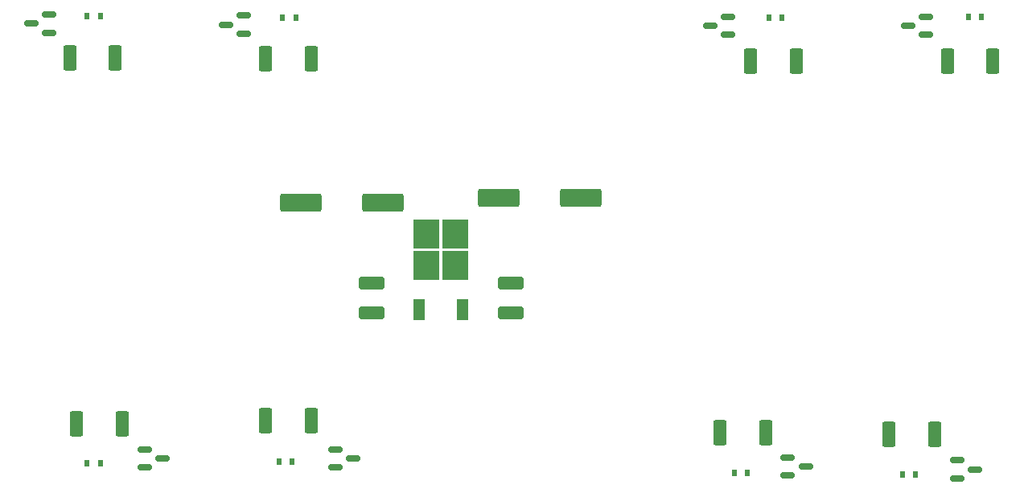
<source format=gbr>
%TF.GenerationSoftware,KiCad,Pcbnew,(6.0.7)*%
%TF.CreationDate,2023-07-14T15:56:38+03:30*%
%TF.ProjectId,Linak-controller,4c696e61-6b2d-4636-9f6e-74726f6c6c65,rev?*%
%TF.SameCoordinates,Original*%
%TF.FileFunction,Paste,Top*%
%TF.FilePolarity,Positive*%
%FSLAX46Y46*%
G04 Gerber Fmt 4.6, Leading zero omitted, Abs format (unit mm)*
G04 Created by KiCad (PCBNEW (6.0.7)) date 2023-07-14 15:56:38*
%MOMM*%
%LPD*%
G01*
G04 APERTURE LIST*
G04 Aperture macros list*
%AMRoundRect*
0 Rectangle with rounded corners*
0 $1 Rounding radius*
0 $2 $3 $4 $5 $6 $7 $8 $9 X,Y pos of 4 corners*
0 Add a 4 corners polygon primitive as box body*
4,1,4,$2,$3,$4,$5,$6,$7,$8,$9,$2,$3,0*
0 Add four circle primitives for the rounded corners*
1,1,$1+$1,$2,$3*
1,1,$1+$1,$4,$5*
1,1,$1+$1,$6,$7*
1,1,$1+$1,$8,$9*
0 Add four rect primitives between the rounded corners*
20,1,$1+$1,$2,$3,$4,$5,0*
20,1,$1+$1,$4,$5,$6,$7,0*
20,1,$1+$1,$6,$7,$8,$9,0*
20,1,$1+$1,$8,$9,$2,$3,0*%
G04 Aperture macros list end*
%ADD10R,0.600000X0.700000*%
%ADD11R,2.750000X3.050000*%
%ADD12R,1.200000X2.200000*%
%ADD13RoundRect,0.249999X-0.450001X-1.075001X0.450001X-1.075001X0.450001X1.075001X-0.450001X1.075001X0*%
%ADD14RoundRect,0.249999X0.450001X1.075001X-0.450001X1.075001X-0.450001X-1.075001X0.450001X-1.075001X0*%
%ADD15RoundRect,0.250000X1.100000X-0.412500X1.100000X0.412500X-1.100000X0.412500X-1.100000X-0.412500X0*%
%ADD16RoundRect,0.150000X0.587500X0.150000X-0.587500X0.150000X-0.587500X-0.150000X0.587500X-0.150000X0*%
%ADD17RoundRect,0.150000X-0.587500X-0.150000X0.587500X-0.150000X0.587500X0.150000X-0.587500X0.150000X0*%
%ADD18RoundRect,0.250000X1.950000X0.700000X-1.950000X0.700000X-1.950000X-0.700000X1.950000X-0.700000X0*%
%ADD19RoundRect,0.250000X-1.950000X-0.700000X1.950000X-0.700000X1.950000X0.700000X-1.950000X0.700000X0*%
G04 APERTURE END LIST*
D10*
%TO.C,D3*%
X106922000Y-50146000D03*
X108322000Y-50146000D03*
%TD*%
D11*
%TO.C,U1*%
X73914000Y-72850000D03*
X70864000Y-72850000D03*
X73914000Y-76200000D03*
X70864000Y-76200000D03*
D12*
X70109000Y-80825000D03*
X74669000Y-80825000D03*
%TD*%
D13*
%TO.C,R7*%
X58761000Y-92528000D03*
X53961000Y-92528000D03*
%TD*%
D14*
%TO.C,R3*%
X105022000Y-54646000D03*
X109822000Y-54646000D03*
%TD*%
D15*
%TO.C,C3*%
X79789000Y-81187500D03*
X79789000Y-78062500D03*
%TD*%
D16*
%TO.C,Q3*%
X100784500Y-50946000D03*
X102659500Y-49996000D03*
X102659500Y-51896000D03*
%TD*%
D17*
%TO.C,Q7*%
X63198500Y-96528000D03*
X61323500Y-97478000D03*
X61323500Y-95578000D03*
%TD*%
D16*
%TO.C,Q1*%
X29304500Y-50746000D03*
X31179500Y-49796000D03*
X31179500Y-51696000D03*
%TD*%
D18*
%TO.C,C4*%
X87154000Y-69040000D03*
X78454000Y-69040000D03*
%TD*%
D13*
%TO.C,R5*%
X124366000Y-93963000D03*
X119566000Y-93963000D03*
%TD*%
D16*
%TO.C,Q4*%
X121559500Y-50946000D03*
X123434500Y-49996000D03*
X123434500Y-51896000D03*
%TD*%
D10*
%TO.C,D5*%
X122366000Y-98163000D03*
X120966000Y-98163000D03*
%TD*%
%TO.C,D2*%
X55742000Y-50146000D03*
X57142000Y-50146000D03*
%TD*%
D16*
%TO.C,Q2*%
X49804500Y-50846000D03*
X51679500Y-49896000D03*
X51679500Y-51796000D03*
%TD*%
D10*
%TO.C,D1*%
X35142000Y-49946000D03*
X36542000Y-49946000D03*
%TD*%
D17*
%TO.C,Q5*%
X128603500Y-97663000D03*
X126728500Y-98613000D03*
X126728500Y-96713000D03*
%TD*%
%TO.C,Q6*%
X110803500Y-97363000D03*
X108928500Y-98313000D03*
X108928500Y-96413000D03*
%TD*%
D13*
%TO.C,R4*%
X130497000Y-54646000D03*
X125697000Y-54646000D03*
%TD*%
%TO.C,R8*%
X38861000Y-92828000D03*
X34061000Y-92828000D03*
%TD*%
D10*
%TO.C,D8*%
X36561000Y-97028000D03*
X35161000Y-97028000D03*
%TD*%
%TO.C,D4*%
X127897000Y-50046000D03*
X129297000Y-50046000D03*
%TD*%
D14*
%TO.C,R1*%
X33342000Y-54346000D03*
X38142000Y-54346000D03*
%TD*%
%TO.C,R2*%
X53942000Y-54446000D03*
X58742000Y-54446000D03*
%TD*%
D15*
%TO.C,C2*%
X65089000Y-81187500D03*
X65089000Y-78062500D03*
%TD*%
D19*
%TO.C,C1*%
X57626000Y-69548000D03*
X66326000Y-69548000D03*
%TD*%
D13*
%TO.C,R6*%
X106566000Y-93763000D03*
X101766000Y-93763000D03*
%TD*%
D17*
%TO.C,Q8*%
X43098500Y-96528000D03*
X41223500Y-97478000D03*
X41223500Y-95578000D03*
%TD*%
D10*
%TO.C,D7*%
X56761000Y-96828000D03*
X55361000Y-96828000D03*
%TD*%
%TO.C,D6*%
X104666000Y-98063000D03*
X103266000Y-98063000D03*
%TD*%
M02*

</source>
